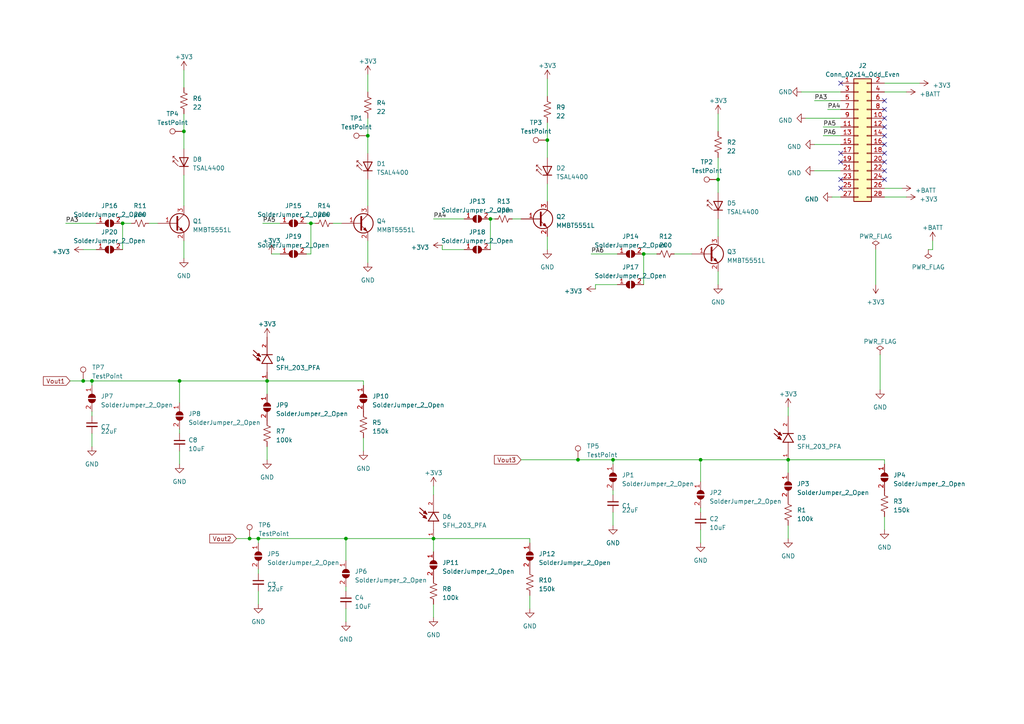
<source format=kicad_sch>
(kicad_sch (version 20230121) (generator eeschema)
  (paper "A4")
  (title_block (title "SENSOR") (date "2024-03-22") (rev "0") (company "UCT") (comment 1 "@AUTHOR: HLUNGWANI KHANYISA "))
  (lib_symbols
    (symbol "Connector:TestPoint" (pin_numbers hide) (pin_names (offset 0.762) hide)
      (property "Reference" "TP" (at 0 6.858 0))
      (property "Value" "TestPoint" (at 0 5.08 0))
      (symbol "TestPoint_0_1"
        (circle (center 0 3.302) (radius 0.762))
      )
      (symbol "TestPoint_1_1"
        (pin passive line (at 0 0 90) (length 2.54) (name "1") (number "1"))
      )
    )
    (symbol "Connector_Generic:Conn_02x14_Odd_Even" (pin_names (offset 1.016) hide)
      (property "Reference" "J" (at 1.27 17.78 0))
      (property "Value" "Conn_02x14_Odd_Even" (at 1.27 -20.32 0))
      (symbol "Conn_02x14_Odd_Even_1_1"
        (rectangle (start -1.27 -17.653) (end 0 -17.907) (stroke (width 0.1524)))
        (rectangle (start -1.27 -15.113) (end 0 -15.367) (stroke (width 0.1524)))
        (rectangle (start -1.27 -12.573) (end 0 -12.827) (stroke (width 0.1524)))
        (rectangle (start -1.27 -10.033) (end 0 -10.287) (stroke (width 0.1524)))
        (rectangle (start -1.27 -7.493) (end 0 -7.747) (stroke (width 0.1524)))
        (rectangle (start -1.27 -4.953) (end 0 -5.207) (stroke (width 0.1524)))
        (rectangle (start -1.27 -2.413) (end 0 -2.667) (stroke (width 0.1524)))
        (rectangle (start -1.27 0.127) (end 0 -0.127) (stroke (width 0.1524)))
        (rectangle (start -1.27 2.667) (end 0 2.413) (stroke (width 0.1524)))
        (rectangle (start -1.27 5.207) (end 0 4.953) (stroke (width 0.1524)))
        (rectangle (start -1.27 7.747) (end 0 7.493) (stroke (width 0.1524)))
        (rectangle (start -1.27 10.287) (end 0 10.033) (stroke (width 0.1524)))
        (rectangle (start -1.27 12.827) (end 0 12.573) (stroke (width 0.1524)))
        (rectangle (start -1.27 15.367) (end 0 15.113) (stroke (width 0.1524)))
        (rectangle (start -1.27 16.51) (end 3.81 -19.05) (stroke (width 0.254)) (fill (type background)))
        (rectangle (start 3.81 -17.653) (end 2.54 -17.907) (stroke (width 0.1524)))
        (rectangle (start 3.81 -15.113) (end 2.54 -15.367) (stroke (width 0.1524)))
        (rectangle (start 3.81 -12.573) (end 2.54 -12.827) (stroke (width 0.1524)))
        (rectangle (start 3.81 -10.033) (end 2.54 -10.287) (stroke (width 0.1524)))
        (rectangle (start 3.81 -7.493) (end 2.54 -7.747) (stroke (width 0.1524)))
        (rectangle (start 3.81 -4.953) (end 2.54 -5.207) (stroke (width 0.1524)))
        (rectangle (start 3.81 -2.413) (end 2.54 -2.667) (stroke (width 0.1524)))
        (rectangle (start 3.81 0.127) (end 2.54 -0.127) (stroke (width 0.1524)))
        (rectangle (start 3.81 2.667) (end 2.54 2.413) (stroke (width 0.1524)))
        (rectangle (start 3.81 5.207) (end 2.54 4.953) (stroke (width 0.1524)))
        (rectangle (start 3.81 7.747) (end 2.54 7.493) (stroke (width 0.1524)))
        (rectangle (start 3.81 10.287) (end 2.54 10.033) (stroke (width 0.1524)))
        (rectangle (start 3.81 12.827) (end 2.54 12.573) (stroke (width 0.1524)))
        (rectangle (start 3.81 15.367) (end 2.54 15.113) (stroke (width 0.1524)))
        (pin passive line (at -5.08 15.24 0) (length 3.81) (name "Pin_1") (number "1"))
        (pin passive line (at 7.62 5.08 180) (length 3.81) (name "Pin_10") (number "10"))
        (pin passive line (at -5.08 2.54 0) (length 3.81) (name "Pin_11") (number "11"))
        (pin passive line (at 7.62 2.54 180) (length 3.81) (name "Pin_12") (number "12"))
        (pin passive line (at -5.08 0 0) (length 3.81) (name "Pin_13") (number "13"))
        (pin passive line (at 7.62 0 180) (length 3.81) (name "Pin_14") (number "14"))
        (pin passive line (at -5.08 -2.54 0) (length 3.81) (name "Pin_15") (number "15"))
        (pin passive line (at 7.62 -2.54 180) (length 3.81) (name "Pin_16") (number "16"))
        (pin passive line (at -5.08 -5.08 0) (length 3.81) (name "Pin_17") (number "17"))
        (pin passive line (at 7.62 -5.08 180) (length 3.81) (name "Pin_18") (number "18"))
        (pin passive line (at -5.08 -7.62 0) (length 3.81) (name "Pin_19") (number "19"))
        (pin passive line (at 7.62 15.24 180) (length 3.81) (name "Pin_2") (number "2"))
        (pin passive line (at 7.62 -7.62 180) (length 3.81) (name "Pin_20") (number "20"))
        (pin passive line (at -5.08 -10.16 0) (length 3.81) (name "Pin_21") (number "21"))
        (pin passive line (at 7.62 -10.16 180) (length 3.81) (name "Pin_22") (number "22"))
        (pin passive line (at -5.08 -12.7 0) (length 3.81) (name "Pin_23") (number "23"))
        (pin passive line (at 7.62 -12.7 180) (length 3.81) (name "Pin_24") (number "24"))
        (pin passive line (at -5.08 -15.24 0) (length 3.81) (name "Pin_25") (number "25"))
        (pin passive line (at 7.62 -15.24 180) (length 3.81) (name "Pin_26") (number "26"))
        (pin passive line (at -5.08 -17.78 0) (length 3.81) (name "Pin_27") (number "27"))
        (pin passive line (at 7.62 -17.78 180) (length 3.81) (name "Pin_28") (number "28"))
        (pin passive line (at -5.08 12.7 0) (length 3.81) (name "Pin_3") (number "3"))
        (pin passive line (at 7.62 12.7 180) (length 3.81) (name "Pin_4") (number "4"))
        (pin passive line (at -5.08 10.16 0) (length 3.81) (name "Pin_5") (number "5"))
        (pin passive line (at 7.62 10.16 180) (length 3.81) (name "Pin_6") (number "6"))
        (pin passive line (at -5.08 7.62 0) (length 3.81) (name "Pin_7") (number "7"))
        (pin passive line (at 7.62 7.62 180) (length 3.81) (name "Pin_8") (number "8"))
        (pin passive line (at -5.08 5.08 0) (length 3.81) (name "Pin_9") (number "9"))
      )
    )
    (symbol "Device:C_Small" (pin_numbers hide) (pin_names (offset 0.254) hide)
      (property "Reference" "C" (at 0.254 1.778 0))
      (property "Value" "C_Small" (at 0.254 -2.032 0))
      (symbol "C_Small_0_1"
        (polyline (pts (xy -1.524 -0.508) (xy 1.524 -0.508)) (stroke (width 0.3302)))
        (polyline (pts (xy -1.524 0.508) (xy 1.524 0.508)) (stroke (width 0.3048)))
      )
      (symbol "C_Small_1_1"
        (pin passive line (at 0 2.54 270) (length 2.032) (name "~") (number "1"))
        (pin passive line (at 0 -2.54 90) (length 2.032) (name "~") (number "2"))
      )
    )
    (symbol "Device:R_Small_US" (pin_numbers hide) (pin_names (offset 0.254) hide)
      (property "Reference" "R" (at 0.762 0.508 0))
      (property "Value" "R_Small_US" (at 0.762 -1.016 0))
      (symbol "R_Small_US_1_1"
        (polyline (pts (xy 0 0) (xy 1.016 -0.381) (xy 0 -0.762) (xy -1.016 -1.143) (xy 0 -1.524)))
        (polyline (pts (xy 0 1.524) (xy 1.016 1.143) (xy 0 0.762) (xy -1.016 0.381) (xy 0 0)))
        (pin passive line (at 0 2.54 270) (length 1.016) (name "~") (number "1"))
        (pin passive line (at 0 -2.54 90) (length 1.016) (name "~") (number "2"))
      )
    )
    (symbol "Device:R_US" (pin_numbers hide) (pin_names (offset 0))
      (property "Reference" "R" (at 2.54 0 90))
      (property "Value" "R_US" (at -2.54 0 90))
      (symbol "R_US_0_1"
        (polyline (pts (xy 0 -2.286) (xy 0 -2.54)))
        (polyline (pts (xy 0 2.286) (xy 0 2.54)))
        (polyline (pts (xy 0 -0.762) (xy 1.016 -1.143) (xy 0 -1.524) (xy -1.016 -1.905) (xy 0 -2.286)))
        (polyline (pts (xy 0 0.762) (xy 1.016 0.381) (xy 0 0) (xy -1.016 -0.381) (xy 0 -0.762)))
        (polyline (pts (xy 0 2.286) (xy 1.016 1.905) (xy 0 1.524) (xy -1.016 1.143) (xy 0 0.762)))
      )
      (symbol "R_US_1_1"
        (pin passive line (at 0 3.81 270) (length 1.27) (name "~") (number "1"))
        (pin passive line (at 0 -3.81 90) (length 1.27) (name "~") (number "2"))
      )
    )
    (symbol "Jumper:SolderJumper_2_Open" (pin_names (offset 0) hide)
      (property "Reference" "JP" (at 0 2.032 0))
      (property "Value" "SolderJumper_2_Open" (at 0 -2.54 0))
      (symbol "SolderJumper_2_Open_0_1"
        (arc (start -0.254 1.016) (mid -1.2656 0) (end -0.254 -1.016))
        (arc (start -0.254 1.016) (mid -1.2656 0) (end -0.254 -1.016) (fill (type outline)))
        (polyline (pts (xy -0.254 1.016) (xy -0.254 -1.016)))
        (polyline (pts (xy 0.254 1.016) (xy 0.254 -1.016)))
        (arc (start 0.254 -1.016) (mid 1.2656 0) (end 0.254 1.016))
        (arc (start 0.254 -1.016) (mid 1.2656 0) (end 0.254 1.016) (fill (type outline)))
      )
      (symbol "SolderJumper_2_Open_1_1"
        (pin passive line (at -3.81 0 0) (length 2.54) (name "A") (number "1"))
        (pin passive line (at 3.81 0 180) (length 2.54) (name "B") (number "2"))
      )
    )
    (symbol "LED:TSAL4400" (pin_numbers hide) (pin_names (offset 1.016) hide)
      (property "Reference" "D" (at 0.508 1.778 0))
      (property "Value" "TSAL4400" (at -1.016 -2.794 0))
      (symbol "TSAL4400_0_1"
        (polyline (pts (xy -2.54 1.27) (xy -2.54 -1.27)) (stroke (width 0.254)))
        (polyline (pts (xy 0 0) (xy -2.54 0)))
        (polyline (pts (xy 0.381 3.175) (xy -0.127 3.175)))
        (polyline (pts (xy -1.143 1.651) (xy 0.381 3.175) (xy 0.381 2.667)))
        (polyline (pts (xy 0 1.27) (xy -2.54 0) (xy 0 -1.27) (xy 0 1.27)) (stroke (width 0.254)))
        (polyline (pts (xy -2.413 1.651) (xy -0.889 3.175) (xy -0.889 2.667) (xy -0.889 3.175) (xy -1.397 3.175)))
      )
      (symbol "TSAL4400_1_1"
        (pin passive line (at -5.08 0 0) (length 2.54) (name "K") (number "1"))
        (pin passive line (at 2.54 0 180) (length 2.54) (name "A") (number "2"))
      )
    )
    (symbol "SFH_203_PFA:SFH_203_PFA" (pin_names (offset 1.016))
      (property "Reference" "D" (at -3.0988 4.4958 0))
      (property "Value" "SFH_203_PFA" (at -3.556 -3.302 0))
      (symbol "SFH_203_PFA_0_0"
        (polyline (pts (xy -2.54 -1.524) (xy 0 0)) (stroke (width 0.254)))
        (polyline (pts (xy -2.54 0) (xy -5.08 0)) (stroke (width 0.1524)))
        (polyline (pts (xy -2.54 0) (xy -2.54 -1.524)) (stroke (width 0.254)))
        (polyline (pts (xy -2.54 1.524) (xy -2.54 0)) (stroke (width 0.254)))
        (polyline (pts (xy -1.778 2.032) (xy -1.4478 2.9972)) (stroke (width 0.254)))
        (polyline (pts (xy -1.778 2.032) (xy 0 4.064)) (stroke (width 0.254)))
        (polyline (pts (xy -1.4732 2.2606) (xy -1.3462 2.2606)) (stroke (width 0.254)))
        (polyline (pts (xy -1.4478 2.9972) (xy -1.4732 2.2606)) (stroke (width 0.254)))
        (polyline (pts (xy -1.4478 2.9972) (xy -0.889 2.5146)) (stroke (width 0.254)))
        (polyline (pts (xy -1.0668 2.5908) (xy -1.2954 2.4384)) (stroke (width 0.254)))
        (polyline (pts (xy -0.889 2.5146) (xy -1.778 2.032)) (stroke (width 0.254)))
        (polyline (pts (xy -0.5334 1.9304) (xy -0.2032 2.8956)) (stroke (width 0.254)))
        (polyline (pts (xy -0.5334 1.9304) (xy 1.2446 3.9624)) (stroke (width 0.254)))
        (polyline (pts (xy -0.2286 2.159) (xy -0.1016 2.159)) (stroke (width 0.254)))
        (polyline (pts (xy -0.2032 2.8956) (xy -0.2286 2.159)) (stroke (width 0.254)))
        (polyline (pts (xy -0.2032 2.8956) (xy 0.3556 2.413)) (stroke (width 0.254)))
        (polyline (pts (xy 0 0) (xy -2.54 1.524)) (stroke (width 0.254)))
        (polyline (pts (xy 0 1.524) (xy 0 -1.524)) (stroke (width 0.254)))
        (polyline (pts (xy 0.1778 2.4892) (xy -0.0508 2.3368)) (stroke (width 0.254)))
        (polyline (pts (xy 0.3556 2.413) (xy -0.5334 1.9304)) (stroke (width 0.254)))
        (pin passive line (at -7.62 0 0) (length 2.54) (name "~") (number "1"))
        (pin passive line (at 5.08 0 180) (length 5.08) (name "~") (number "2"))
      )
    )
    (symbol "Transistor_BJT:MMBT5551L" (pin_names (offset 0) hide)
      (property "Reference" "Q" (at 5.08 1.905 0))
      (property "Value" "MMBT5551L" (at 5.08 0 0))
      (symbol "MMBT5551L_0_1"
        (polyline (pts (xy 0.635 0.635) (xy 2.54 2.54)))
        (polyline (pts (xy 0.635 -0.635) (xy 2.54 -2.54) (xy 2.54 -2.54)))
        (polyline (pts (xy 0.635 1.905) (xy 0.635 -1.905) (xy 0.635 -1.905)) (stroke (width 0.508)))
        (polyline (pts (xy 1.27 -1.778) (xy 1.778 -1.27) (xy 2.286 -2.286) (xy 1.27 -1.778) (xy 1.27 -1.778)) (fill (type outline)))
        (circle (center 1.27 0) (radius 2.8194) (stroke (width 0.254)))
      )
      (symbol "MMBT5551L_1_1"
        (pin input line (at -5.08 0 0) (length 5.715) (name "B") (number "1"))
        (pin passive line (at 2.54 -5.08 90) (length 2.54) (name "E") (number "2"))
        (pin passive line (at 2.54 5.08 270) (length 2.54) (name "C") (number "3"))
      )
    )
    (symbol "power:+3V3" (power) (pin_names (offset 0))
      (property "Value" "+3V3" (at 0 3.556 0))
      (symbol "+3V3_0_1"
        (polyline (pts (xy -0.762 1.27) (xy 0 2.54)))
        (polyline (pts (xy 0 0) (xy 0 2.54)))
        (polyline (pts (xy 0 2.54) (xy 0.762 1.27)))
      )
      (symbol "+3V3_1_1"
        (pin power_in line (at 0 0 90) (length 0) hide (name "+3V3") (number "1"))
      )
    )
    (symbol "power:+BATT" (power) (pin_names (offset 0))
      (property "Value" "+BATT" (at 0 3.556 0))
      (symbol "+BATT_0_1"
        (polyline (pts (xy -0.762 1.27) (xy 0 2.54)))
        (polyline (pts (xy 0 0) (xy 0 2.54)))
        (polyline (pts (xy 0 2.54) (xy 0.762 1.27)))
      )
      (symbol "+BATT_1_1"
        (pin power_in line (at 0 0 90) (length 0) hide (name "+BATT") (number "1"))
      )
    )
    (symbol "power:GND" (power) (pin_names (offset 0))
      (property "Value" "GND" (at 0 -3.81 0))
      (symbol "GND_0_1"
        (polyline (pts (xy 0 0) (xy 0 -1.27) (xy 1.27 -1.27) (xy 0 -2.54) (xy -1.27 -1.27) (xy 0 -1.27)))
      )
      (symbol "GND_1_1"
        (pin power_in line (at 0 0 270) (length 0) hide (name "GND") (number "1"))
      )
    )
    (symbol "power:PWR_FLAG" (power) (pin_numbers hide) (pin_names (offset 0) hide)
      (property "Value" "PWR_FLAG" (at 0 3.81 0))
      (symbol "PWR_FLAG_0_0"
        (pin power_out line (at 0 0 90) (length 0) (name "pwr") (number "1"))
      )
      (symbol "PWR_FLAG_0_1"
        (polyline (pts (xy 0 0) (xy 0 1.27) (xy -1.016 1.905) (xy 0 2.54) (xy 1.016 1.905) (xy 0 1.27)))
      )
    )
  )
  (junction (at 90.17 64.77))
  (junction (at 177.8 133.35))
  (junction (at 125.73 156.21))
  (junction (at 72.39 156.21))
  (junction (at 167.64 133.35))
  (junction (at 74.93 156.21))
  (junction (at 228.6 133.35))
  (junction (at 26.67 110.49))
  (junction (at 77.47 110.49))
  (junction (at 106.68 39.37))
  (junction (at 100.33 156.21))
  (junction (at 53.34 38.1))
  (junction (at 158.75 40.64))
  (junction (at 24.13 110.49))
  (junction (at 35.56 64.77))
  (junction (at 142.24 63.5))
  (junction (at 52.07 110.49))
  (junction (at 186.69 73.66))
  (junction (at 208.28 52.07))
  (junction (at 203.2 133.35))
  (no_connect (at 256.54 34.29))
  (no_connect (at 256.54 49.53))
  (no_connect (at 256.54 36.83))
  (no_connect (at 243.84 24.13))
  (no_connect (at 243.84 52.07))
  (no_connect (at 256.54 46.99))
  (no_connect (at 256.54 52.07))
  (no_connect (at 256.54 39.37))
  (no_connect (at 243.84 46.99))
  (no_connect (at 256.54 41.91))
  (no_connect (at 256.54 31.75))
  (no_connect (at 243.84 54.61))
  (no_connect (at 243.84 44.45))
  (no_connect (at 256.54 29.21))
  (no_connect (at 256.54 44.45))
  (wire (pts (xy 90.17 64.77) (xy 91.44 64.77)))
  (wire (pts (xy 158.75 68.58) (xy 158.75 72.39)))
  (wire (pts (xy 106.68 21.59) (xy 106.68 26.67)))
  (wire (pts (xy 171.45 73.66) (xy 179.07 73.66)))
  (wire (pts (xy 52.07 125.73) (xy 52.07 124.46)))
  (wire (pts (xy 203.2 153.67) (xy 203.2 157.48)))
  (wire (pts (xy 106.68 52.07) (xy 106.68 59.69)))
  (wire (pts (xy 208.28 52.07) (xy 208.28 55.88)))
  (wire (pts (xy 128.27 72.39) (xy 128.27 71.12)))
  (wire (pts (xy 177.8 148.59) (xy 177.8 152.4)))
  (wire (pts (xy 77.47 129.54) (xy 77.47 133.35)))
  (wire (pts (xy 24.13 72.39) (xy 27.94 72.39)))
  (wire (pts (xy 53.34 69.85) (xy 53.34 74.93)))
  (wire (pts (xy 125.73 143.51) (xy 125.73 140.97)))
  (wire (pts (xy 158.75 22.86) (xy 158.75 27.94)))
  (wire (pts (xy 208.28 33.02) (xy 208.28 38.1)))
  (wire (pts (xy 100.33 156.21) (xy 125.73 156.21)))
  (wire (pts (xy 142.24 63.5) (xy 143.51 63.5)))
  (wire (pts (xy 177.8 133.35) (xy 203.2 133.35)))
  (wire (pts (xy 96.52 64.77) (xy 99.06 64.77)))
  (wire (pts (xy 100.33 162.56) (xy 100.33 156.21)))
  (wire (pts (xy 125.73 156.21) (xy 125.73 160.02)))
  (wire (pts (xy 74.93 157.48) (xy 74.93 156.21)))
  (wire (pts (xy 77.47 110.49) (xy 77.47 114.3)))
  (wire (pts (xy 203.2 139.7) (xy 203.2 133.35)))
  (wire (pts (xy 256.54 26.67) (xy 262.89 26.67)))
  (wire (pts (xy 172.72 82.55) (xy 172.72 83.82)))
  (wire (pts (xy 100.33 176.53) (xy 100.33 180.34)))
  (wire (pts (xy 228.6 152.4) (xy 228.6 156.21)))
  (wire (pts (xy 256.54 133.35) (xy 256.54 134.62)))
  (wire (pts (xy 35.56 72.39) (xy 35.56 64.77)))
  (wire (pts (xy 179.07 82.55) (xy 172.72 82.55)))
  (wire (pts (xy 238.76 39.37) (xy 243.84 39.37)))
  (wire (pts (xy 203.2 133.35) (xy 228.6 133.35)))
  (wire (pts (xy 88.9 64.77) (xy 90.17 64.77)))
  (wire (pts (xy 90.17 73.66) (xy 88.9 73.66)))
  (wire (pts (xy 134.62 72.39) (xy 128.27 72.39)))
  (wire (pts (xy 241.3 57.15) (xy 243.84 57.15)))
  (wire (pts (xy 208.28 78.74) (xy 208.28 82.55)))
  (wire (pts (xy 68.58 156.21) (xy 72.39 156.21)))
  (wire (pts (xy 233.68 34.29) (xy 243.84 34.29)))
  (wire (pts (xy 256.54 57.15) (xy 262.89 57.15)))
  (wire (pts (xy 270.51 72.39) (xy 270.51 69.85)))
  (wire (pts (xy 90.17 64.77) (xy 90.17 73.66)))
  (wire (pts (xy 255.27 113.03) (xy 255.27 102.87)))
  (wire (pts (xy 167.64 133.35) (xy 177.8 133.35)))
  (wire (pts (xy 158.75 40.64) (xy 158.75 45.72)))
  (wire (pts (xy 125.73 63.5) (xy 134.62 63.5)))
  (wire (pts (xy 236.22 41.91) (xy 243.84 41.91)))
  (wire (pts (xy 105.41 110.49) (xy 105.41 111.76)))
  (wire (pts (xy 177.8 143.51) (xy 177.8 142.24)))
  (wire (pts (xy 125.73 175.26) (xy 125.73 179.07)))
  (wire (pts (xy 26.67 111.76) (xy 26.67 110.49)))
  (wire (pts (xy 142.24 72.39) (xy 142.24 63.5)))
  (wire (pts (xy 228.6 133.35) (xy 256.54 133.35)))
  (wire (pts (xy 153.67 156.21) (xy 153.67 157.48)))
  (wire (pts (xy 125.73 156.21) (xy 153.67 156.21)))
  (wire (pts (xy 153.67 172.72) (xy 153.67 176.53)))
  (wire (pts (xy 53.34 20.32) (xy 53.34 25.4)))
  (wire (pts (xy 52.07 116.84) (xy 52.07 110.49)))
  (wire (pts (xy 105.41 127) (xy 105.41 130.81)))
  (wire (pts (xy 208.28 45.72) (xy 208.28 52.07)))
  (wire (pts (xy 256.54 24.13) (xy 266.7 24.13)))
  (wire (pts (xy 228.6 120.65) (xy 228.6 118.11)))
  (wire (pts (xy 74.93 171.45) (xy 74.93 175.26)))
  (wire (pts (xy 228.6 133.35) (xy 228.6 137.16)))
  (wire (pts (xy 24.13 110.49) (xy 26.67 110.49)))
  (wire (pts (xy 106.68 69.85) (xy 106.68 76.2)))
  (wire (pts (xy 195.58 73.66) (xy 200.66 73.66)))
  (wire (pts (xy 52.07 110.49) (xy 77.47 110.49)))
  (wire (pts (xy 100.33 171.45) (xy 100.33 170.18)))
  (wire (pts (xy 20.32 110.49) (xy 24.13 110.49)))
  (wire (pts (xy 254 82.55) (xy 254 72.39)))
  (wire (pts (xy 269.24 72.39) (xy 270.51 72.39)))
  (wire (pts (xy 148.59 63.5) (xy 151.13 63.5)))
  (wire (pts (xy 74.93 156.21) (xy 100.33 156.21)))
  (wire (pts (xy 177.8 134.62) (xy 177.8 133.35)))
  (wire (pts (xy 186.69 73.66) (xy 190.5 73.66)))
  (wire (pts (xy 236.22 49.53) (xy 243.84 49.53)))
  (wire (pts (xy 240.03 31.75) (xy 243.84 31.75)))
  (wire (pts (xy 26.67 120.65) (xy 26.67 119.38)))
  (wire (pts (xy 52.07 130.81) (xy 52.07 134.62)))
  (wire (pts (xy 53.34 38.1) (xy 53.34 43.18)))
  (wire (pts (xy 238.76 36.83) (xy 243.84 36.83)))
  (wire (pts (xy 53.34 33.02) (xy 53.34 38.1)))
  (wire (pts (xy 106.68 39.37) (xy 106.68 44.45)))
  (wire (pts (xy 186.69 82.55) (xy 186.69 73.66)))
  (wire (pts (xy 158.75 53.34) (xy 158.75 58.42)))
  (wire (pts (xy 236.22 29.21) (xy 243.84 29.21)))
  (wire (pts (xy 158.75 35.56) (xy 158.75 40.64)))
  (wire (pts (xy 26.67 125.73) (xy 26.67 129.54)))
  (wire (pts (xy 53.34 50.8) (xy 53.34 59.69)))
  (wire (pts (xy 256.54 54.61) (xy 261.62 54.61)))
  (wire (pts (xy 74.93 166.37) (xy 74.93 165.1)))
  (wire (pts (xy 256.54 149.86) (xy 256.54 153.67)))
  (wire (pts (xy 77.47 110.49) (xy 105.41 110.49)))
  (wire (pts (xy 72.39 156.21) (xy 74.93 156.21)))
  (wire (pts (xy 78.74 73.66) (xy 81.28 73.66)))
  (wire (pts (xy 19.05 64.77) (xy 27.94 64.77)))
  (wire (pts (xy 26.67 110.49) (xy 52.07 110.49)))
  (wire (pts (xy 35.56 64.77) (xy 38.1 64.77)))
  (wire (pts (xy 203.2 148.59) (xy 203.2 147.32)))
  (wire (pts (xy 106.68 34.29) (xy 106.68 39.37)))
  (wire (pts (xy 208.28 63.5) (xy 208.28 68.58)))
  (wire (pts (xy 232.41 26.67) (xy 243.84 26.67)))
  (wire (pts (xy 151.13 133.35) (xy 167.64 133.35)))
  (wire (pts (xy 43.18 64.77) (xy 45.72 64.77)))
  (wire (pts (xy 76.2 64.77) (xy 81.28 64.77)))
  (label "PA4" (at 240.03 31.75 0))
  (label "PA4" (at 125.73 63.5 0))
  (label "PA3" (at 19.05 64.77 0))
  (label "PA3" (at 236.22 29.21 0))
  (label "PA5" (at 76.2 64.77 0))
  (label "PA6" (at 171.45 73.66 0))
  (label "PA6" (at 238.76 39.37 0))
  (label "PA5" (at 238.76 36.83 0))
  (global_label "Vout2" (shape input) (at 68.58 156.21 180) (property "Intersheetrefs" "${INTERSHEET_REFS}" (effects hide)))
  (global_label "Vout1" (shape input) (at 20.32 110.49 180) (property "Intersheetrefs" "${INTERSHEET_REFS}" (effects hide)))
  (global_label "Vout3" (shape input) (at 151.13 133.35 180) (property "Intersheetrefs" "${INTERSHEET_REFS}" (effects hide)))
  (symbol (lib_id "Connector_Generic:Conn_02x14_Odd_Even") (at 248.92 39.37 0) (unit 1)
    (property "Reference" "J2" (at 250.19 19.05 0))
    (property "Value" "Conn_02x14_Odd_Even" (at 250.19 21.59 0))
    (property "Footprint" "Connector_JST:JST_PHD_B28B-PHDSS_2x14_P2.00mm_Vertical" (effects hide))
  )
  (symbol (lib_id "Jumper:SolderJumper_2_Open") (at 31.75 72.39 0) (unit 1)
    (property "Reference" "JP20" (at 31.75 67.31 0))
    (property "Value" "SolderJumper_2_Open" (at 31.75 69.85 0))
    (property "Footprint" "Jumper:SolderJumper-2_P1.3mm_Open_RoundedPad1.0x1.5mm" (effects hide))
  )
  (symbol (lib_id "power:+3V3") (at 228.6 118.11 0) (unit 1)
    (property "Reference" "#PWR09" (effects hide))
    (property "Value" "+3V3" (at 228.6 114.3 0))
  )
  (symbol (lib_id "SFH_203_PFA:SFH_203_PFA") (at 125.73 148.59 90) (unit 1)
    (property "Reference" "D6" (at 128.27 149.8473 90) (effects (justify right)))
    (property "Value" "SFH_203_PFA" (at 128.27 152.3873 90) (effects (justify right)))
    (property "Footprint" "SFH203PFA:XDCR_SFH_203_PFA" (effects hide))
    (property "MF" "OSRAM Opto" (effects hide))
    (property "Description" "\nPhotodiode 850nm 5ns 150° Radial\n" (effects hide))
    (property "Package" "Radial Osram Opto" (effects hide))
    (property "Price" "None" (effects hide))
    (property "Check_prices" "https://www.snapeda.com/parts/SFH%20203%20PFA/OSRAM+Opto+Semiconductors+Inc./view-part/?ref=eda" (effects hide))
    (property "STANDARD" "Manufacturer Recommendations" (effects hide))
    (property "PARTREV" "1.3" (effects hide))
    (property "SnapEDA_Link" "https://www.snapeda.com/parts/SFH%20203%20PFA/OSRAM+Opto+Semiconductors+Inc./view-part/?ref=snap" (effects hide))
    (property "MP" "SFH 203 PFA" (effects hide))
    (property "Availability" "In Stock" (effects hide))
    (property "MANUFACTURER" "OSRAM" (effects hide))
  )
  (symbol (lib_id "Connector:TestPoint") (at 106.68 39.37 90) (unit 1)
    (property "Reference" "TP1" (at 103.378 34.29 90))
    (property "Value" "TestPoint" (at 103.378 36.83 90))
    (property "Footprint" "TestPoint:TestPoint_Pad_D1.0mm" (effects hide))
  )
  (symbol (lib_id "Jumper:SolderJumper_2_Open") (at 26.67 115.57 270) (unit 1)
    (property "Reference" "JP7" (at 29.21 114.935 90) (effects (justify left)))
    (property "Value" "SolderJumper_2_Open" (at 29.21 117.475 90) (effects (justify left)))
    (property "Footprint" "Jumper:SolderJumper-2_P1.3mm_Open_RoundedPad1.0x1.5mm" (effects hide))
  )
  (symbol (lib_id "Jumper:SolderJumper_2_Open") (at 74.93 161.29 270) (unit 1)
    (property "Reference" "JP5" (at 77.47 160.655 90) (effects (justify left)))
    (property "Value" "SolderJumper_2_Open" (at 77.47 163.195 90) (effects (justify left)))
    (property "Footprint" "Jumper:SolderJumper-2_P1.3mm_Open_RoundedPad1.0x1.5mm" (effects hide))
  )
  (symbol (lib_id "power:+3V3") (at 24.13 72.39 90) (unit 1)
    (property "Reference" "#PWR032" (effects hide))
    (property "Value" "+3V3" (at 20.32 73.025 90) (effects (justify left)))
  )
  (symbol (lib_id "power:GND") (at 153.67 176.53 0) (unit 1)
    (property "Reference" "#PWR031" (effects hide))
    (property "Value" "GND" (at 153.67 181.61 0))
  )
  (symbol (lib_id "Connector:TestPoint") (at 24.13 110.49 0) (unit 1)
    (property "Reference" "TP7" (at 26.67 106.553 0) (effects (justify left)))
    (property "Value" "TestPoint" (at 26.67 109.093 0) (effects (justify left)))
    (property "Footprint" "TestPoint:TestPoint_Pad_D1.0mm" (effects hide))
  )
  (symbol (lib_id "Device:R_Small_US") (at 93.98 64.77 90) (unit 1)
    (property "Reference" "R14" (at 93.98 59.69 90))
    (property "Value" "200" (at 93.98 62.23 90))
    (property "Footprint" "Resistor_SMD:R_0805_2012Metric" (effects hide))
  )
  (symbol (lib_id "Device:R_US") (at 53.34 29.21 0) (unit 1)
    (property "Reference" "R6" (at 55.88 28.575 0) (effects (justify left)))
    (property "Value" "22" (at 55.88 31.115 0) (effects (justify left)))
    (property "Footprint" "Resistor_SMD:R_0805_2012Metric" (effects hide))
  )
  (symbol (lib_id "Device:R_US") (at 77.47 125.73 0) (unit 1)
    (property "Reference" "R7" (at 80.01 125.095 0) (effects (justify left)))
    (property "Value" "100k" (at 80.01 127.635 0) (effects (justify left)))
    (property "Footprint" "Resistor_SMD:R_0805_2012Metric" (effects hide))
  )
  (symbol (lib_id "Device:R_US") (at 106.68 30.48 0) (unit 1)
    (property "Reference" "R4" (at 109.22 29.845 0) (effects (justify left)))
    (property "Value" "22" (at 109.22 32.385 0) (effects (justify left)))
    (property "Footprint" "Resistor_SMD:R_0805_2012Metric" (effects hide))
  )
  (symbol (lib_id "Device:R_US") (at 105.41 123.19 0) (unit 1)
    (property "Reference" "R5" (at 107.95 122.555 0) (effects (justify left)))
    (property "Value" "150k" (at 107.95 125.095 0) (effects (justify left)))
    (property "Footprint" "Resistor_SMD:R_0805_2012Metric" (effects hide))
  )
  (symbol (lib_id "Device:C_Small") (at 100.33 173.99 0) (unit 1)
    (property "Reference" "C4" (at 102.87 173.3613 0) (effects (justify left)))
    (property "Value" "10uF" (at 102.87 175.9013 0) (effects (justify left)))
    (property "Footprint" "Capacitor_SMD:C_1206_3216Metric" (effects hide))
  )
  (symbol (lib_id "Jumper:SolderJumper_2_Open") (at 138.43 72.39 0) (unit 1)
    (property "Reference" "JP18" (at 138.43 67.31 0))
    (property "Value" "SolderJumper_2_Open" (at 138.43 69.85 0))
    (property "Footprint" "Jumper:SolderJumper-2_P1.3mm_Open_RoundedPad1.0x1.5mm" (effects hide))
  )
  (symbol (lib_id "Jumper:SolderJumper_2_Open") (at 85.09 73.66 0) (unit 1)
    (property "Reference" "JP19" (at 85.09 68.58 0))
    (property "Value" "SolderJumper_2_Open" (at 85.09 71.12 0))
    (property "Footprint" "Jumper:SolderJumper-2_P1.3mm_Open_RoundedPad1.0x1.5mm" (effects hide))
  )
  (symbol (lib_id "Jumper:SolderJumper_2_Open") (at 52.07 120.65 270) (unit 1)
    (property "Reference" "JP8" (at 54.61 120.015 90) (effects (justify left)))
    (property "Value" "SolderJumper_2_Open" (at 54.61 122.555 90) (effects (justify left)))
    (property "Footprint" "Jumper:SolderJumper-2_P1.3mm_Open_RoundedPad1.0x1.5mm" (effects hide))
  )
  (symbol (lib_id "power:+3V3") (at 106.68 21.59 0) (unit 1)
    (property "Reference" "#PWR04" (effects hide))
    (property "Value" "+3V3" (at 106.68 17.78 0))
  )
  (symbol (lib_id "Transistor_BJT:MMBT5551L") (at 50.8 64.77 0) (unit 1)
    (property "Reference" "Q1" (at 55.88 64.135 0) (effects (justify left)))
    (property "Value" "MMBT5551L" (at 55.88 66.675 0) (effects (justify left)))
    (property "Footprint" "Package_TO_SOT_SMD:SOT-23" (effects hide))
    (property "Datasheet" "www.onsemi.com/pub/Collateral/MMBT5550LT1-D.PDF" (effects hide))
  )
  (symbol (lib_id "power:GND") (at 255.27 113.03 0) (unit 1)
    (property "Reference" "#PWR017" (effects hide))
    (property "Value" "GND" (at 255.27 118.11 0))
  )
  (symbol (lib_id "power:+BATT") (at 261.62 54.61 270) (unit 1)
    (property "Reference" "#PWR02" (effects hide))
    (property "Value" "+BATT" (at 265.43 55.245 90) (effects (justify left)))
  )
  (symbol (lib_id "power:+3V3") (at 78.74 73.66 0) (unit 1)
    (property "Reference" "#PWR037" (effects hide))
    (property "Value" "+3V3" (at 78.74 69.85 0))
  )
  (symbol (lib_id "SFH_203_PFA:SFH_203_PFA") (at 77.47 102.87 90) (unit 1)
    (property "Reference" "D4" (at 80.01 104.1273 90) (effects (justify right)))
    (property "Value" "SFH_203_PFA" (at 80.01 106.6673 90) (effects (justify right)))
    (property "Footprint" "SFH203PFA:XDCR_SFH_203_PFA" (effects hide))
    (property "MF" "OSRAM Opto" (effects hide))
    (property "Description" "\nPhotodiode 850nm 5ns 150° Radial\n" (effects hide))
    (property "Package" "Radial Osram Opto" (effects hide))
    (property "Price" "None" (effects hide))
    (property "Check_prices" "https://www.snapeda.com/parts/SFH%20203%20PFA/OSRAM+Opto+Semiconductors+Inc./view-part/?ref=eda" (effects hide))
    (property "STANDARD" "Manufacturer Recommendations" (effects hide))
    (property "PARTREV" "1.3" (effects hide))
    (property "SnapEDA_Link" "https://www.snapeda.com/parts/SFH%20203%20PFA/OSRAM+Opto+Semiconductors+Inc./view-part/?ref=snap" (effects hide))
    (property "MP" "SFH 203 PFA" (effects hide))
    (property "Availability" "In Stock" (effects hide))
    (property "MANUFACTURER" "OSRAM" (effects hide))
  )
  (symbol (lib_id "Transistor_BJT:MMBT5551L") (at 156.21 63.5 0) (unit 1)
    (property "Reference" "Q2" (at 161.29 62.865 0) (effects (justify left)))
    (property "Value" "MMBT5551L" (at 161.29 65.405 0) (effects (justify left)))
    (property "Footprint" "Package_TO_SOT_SMD:SOT-23" (effects hide))
    (property "Datasheet" "www.onsemi.com/pub/Collateral/MMBT5550LT1-D.PDF" (effects hide))
  )
  (symbol (lib_id "power:+3V3") (at 77.47 97.79 0) (unit 1)
    (property "Reference" "#PWR035" (effects hide))
    (property "Value" "+3V3" (at 77.47 93.98 0))
  )
  (symbol (lib_id "power:GND") (at 177.8 152.4 0) (unit 1)
    (property "Reference" "#PWR05" (effects hide))
    (property "Value" "GND" (at 177.8 157.48 0))
  )
  (symbol (lib_id "power:PWR_FLAG") (at 254 72.39 0) (unit 1)
    (property "Reference" "#FLG01" (effects hide))
    (property "Value" "PWR_FLAG" (at 254 68.58 0))
  )
  (symbol (lib_id "power:GND") (at 232.41 26.67 270) (unit 1)
    (property "Reference" "#PWR025" (effects hide))
    (property "Value" "GND" (at 229.87 26.67 90) (effects (justify right)))
  )
  (symbol (lib_id "power:GND") (at 203.2 157.48 0) (unit 1)
    (property "Reference" "#PWR06" (effects hide))
    (property "Value" "GND" (at 203.2 162.56 0))
  )
  (symbol (lib_id "Device:C_Small") (at 203.2 151.13 0) (unit 1)
    (property "Reference" "C2" (at 205.74 150.5013 0) (effects (justify left)))
    (property "Value" "10uF" (at 205.74 153.0413 0) (effects (justify left)))
    (property "Footprint" "Capacitor_SMD:C_1206_3216Metric" (effects hide))
  )
  (symbol (lib_id "power:GND") (at 233.68 34.29 270) (unit 1)
    (property "Reference" "#PWR023" (effects hide))
    (property "Value" "GND" (at 229.87 34.925 90) (effects (justify right)))
  )
  (symbol (lib_id "power:+3V3") (at 53.34 20.32 0) (unit 1)
    (property "Reference" "#PWR011" (effects hide))
    (property "Value" "+3V3" (at 53.34 16.51 0))
  )
  (symbol (lib_id "Jumper:SolderJumper_2_Open") (at 125.73 163.83 270) (unit 1)
    (property "Reference" "JP11" (at 128.27 163.195 90) (effects (justify left)))
    (property "Value" "SolderJumper_2_Open" (at 128.27 165.735 90) (effects (justify left)))
    (property "Footprint" "Jumper:SolderJumper-2_P1.3mm_Open_RoundedPad1.0x1.5mm" (effects hide))
  )
  (symbol (lib_id "power:GND") (at 106.68 76.2 0) (unit 1)
    (property "Reference" "#PWR07" (effects hide))
    (property "Value" "GND" (at 106.68 81.28 0))
  )
  (symbol (lib_id "power:GND") (at 241.3 57.15 270) (unit 1)
    (property "Reference" "#PWR022" (effects hide))
    (property "Value" "GND" (at 237.49 57.785 90) (effects (justify right)))
  )
  (symbol (lib_id "Jumper:SolderJumper_2_Open") (at 203.2 143.51 270) (unit 1)
    (property "Reference" "JP2" (at 205.74 142.875 90) (effects (justify left)))
    (property "Value" "SolderJumper_2_Open" (at 205.74 145.415 90) (effects (justify left)))
    (property "Footprint" "Jumper:SolderJumper-2_P1.3mm_Open_RoundedPad1.0x1.5mm" (effects hide))
  )
  (symbol (lib_id "Device:C_Small") (at 74.93 168.91 0) (unit 1)
    (property "Reference" "C3" (at 77.47 169.5513 0) (effects (justify left)))
    (property "Value" "22uF" (at 77.47 170.8213 0) (effects (justify left)))
    (property "Footprint" "Capacitor_SMD:C_1206_3216Metric" (effects hide))
  )
  (symbol (lib_id "power:+BATT") (at 262.89 26.67 270) (unit 1)
    (property "Reference" "#PWR027" (effects hide))
    (property "Value" "+BATT" (at 266.7 27.305 90) (effects (justify left)))
  )
  (symbol (lib_id "Jumper:SolderJumper_2_Open") (at 177.8 138.43 270) (unit 1)
    (property "Reference" "JP1" (at 180.34 137.795 90) (effects (justify left)))
    (property "Value" "SolderJumper_2_Open" (at 180.34 140.335 90) (effects (justify left)))
    (property "Footprint" "Jumper:SolderJumper-2_P1.3mm_Open_RoundedPad1.0x1.5mm" (effects hide))
  )
  (symbol (lib_id "power:+3V3") (at 128.27 71.12 90) (unit 1)
    (property "Reference" "#PWR038" (effects hide))
    (property "Value" "+3V3" (at 124.46 71.755 90) (effects (justify left)))
  )
  (symbol (lib_id "power:PWR_FLAG") (at 255.27 102.87 0) (unit 1)
    (property "Reference" "#FLG02" (effects hide))
    (property "Value" "PWR_FLAG" (at 255.27 99.06 0))
  )
  (symbol (lib_id "Jumper:SolderJumper_2_Open") (at 105.41 115.57 270) (unit 1)
    (property "Reference" "JP10" (at 107.95 114.935 90) (effects (justify left)))
    (property "Value" "SolderJumper_2_Open" (at 107.95 117.475 90) (effects (justify left)))
    (property "Footprint" "Jumper:SolderJumper-2_P1.3mm_Open_RoundedPad1.0x1.5mm" (effects hide))
  )
  (symbol (lib_id "Device:R_Small_US") (at 40.64 64.77 90) (unit 1)
    (property "Reference" "R11" (at 40.64 59.69 90))
    (property "Value" "200" (at 40.64 62.23 90))
    (property "Footprint" "Resistor_SMD:R_0805_2012Metric" (effects hide))
  )
  (symbol (lib_id "power:GND") (at 125.73 179.07 0) (unit 1)
    (property "Reference" "#PWR030" (effects hide))
    (property "Value" "GND" (at 125.73 184.15 0))
  )
  (symbol (lib_id "Jumper:SolderJumper_2_Open") (at 228.6 140.97 270) (unit 1)
    (property "Reference" "JP3" (at 231.14 140.335 90) (effects (justify left)))
    (property "Value" "SolderJumper_2_Open" (at 231.14 142.875 90) (effects (justify left)))
    (property "Footprint" "Jumper:SolderJumper-2_P1.3mm_Open_RoundedPad1.0x1.5mm" (effects hide))
  )
  (symbol (lib_id "Connector:TestPoint") (at 53.34 38.1 90) (unit 1)
    (property "Reference" "TP4" (at 50.038 33.02 90))
    (property "Value" "TestPoint" (at 50.038 35.56 90))
    (property "Footprint" "TestPoint:TestPoint_Pad_D1.0mm" (effects hide))
  )
  (symbol (lib_id "LED:TSAL4400") (at 158.75 48.26 90) (unit 1)
    (property "Reference" "D2" (at 161.29 48.768 90) (effects (justify right)))
    (property "Value" "TSAL4400" (at 161.29 51.308 90) (effects (justify right)))
    (property "Footprint" "LED_THT:LED_D5.0mm_Horizontal_O1.27mm_Z3.0mm_IRBlack" (effects hide))
    (property "Datasheet" "http://www.vishay.com/docs/81006/tsal4400.pdf" (effects hide))
  )
  (symbol (lib_id "Jumper:SolderJumper_2_Open") (at 138.43 63.5 0) (unit 1)
    (property "Reference" "JP13" (at 138.43 58.42 0))
    (property "Value" "SolderJumper_2_Open" (at 138.43 60.96 0))
    (property "Footprint" "Jumper:SolderJumper-2_P1.3mm_Open_RoundedPad1.0x1.5mm" (effects hide))
  )
  (symbol (lib_id "Device:R_US") (at 256.54 146.05 0) (unit 1)
    (property "Reference" "R3" (at 259.08 145.415 0) (effects (justify left)))
    (property "Value" "150k" (at 259.08 147.955 0) (effects (justify left)))
    (property "Footprint" "Resistor_SMD:R_0805_2012Metric" (effects hide))
  )
  (symbol (lib_id "Jumper:SolderJumper_2_Open") (at 256.54 138.43 270) (unit 1)
    (property "Reference" "JP4" (at 259.08 137.795 90) (effects (justify left)))
    (property "Value" "SolderJumper_2_Open" (at 259.08 140.335 90) (effects (justify left)))
    (property "Footprint" "Jumper:SolderJumper-2_P1.3mm_Open_RoundedPad1.0x1.5mm" (effects hide))
  )
  (symbol (lib_id "Jumper:SolderJumper_2_Open") (at 100.33 166.37 270) (unit 1)
    (property "Reference" "JP6" (at 102.87 165.735 90) (effects (justify left)))
    (property "Value" "SolderJumper_2_Open" (at 102.87 168.275 90) (effects (justify left)))
    (property "Footprint" "Jumper:SolderJumper-2_P1.3mm_Open_RoundedPad1.0x1.5mm" (effects hide))
  )
  (symbol (lib_id "power:GND") (at 26.67 129.54 0) (unit 1)
    (property "Reference" "#PWR033" (effects hide))
    (property "Value" "GND" (at 26.67 134.62 0))
  )
  (symbol (lib_id "Connector:TestPoint") (at 208.28 52.07 90) (unit 1)
    (property "Reference" "TP2" (at 204.978 46.99 90))
    (property "Value" "TestPoint" (at 204.978 49.53 90))
    (property "Footprint" "TestPoint:TestPoint_Pad_D1.0mm" (effects hide))
  )
  (symbol (lib_id "Device:R_US") (at 125.73 171.45 0) (unit 1)
    (property "Reference" "R8" (at 128.27 170.815 0) (effects (justify left)))
    (property "Value" "100k" (at 128.27 173.355 0) (effects (justify left)))
    (property "Footprint" "Resistor_SMD:R_0805_2012Metric" (effects hide))
  )
  (symbol (lib_id "Device:C_Small") (at 26.67 123.19 0) (unit 1)
    (property "Reference" "C7" (at 29.21 123.8313 0) (effects (justify left)))
    (property "Value" "22uF" (at 29.21 125.1013 0) (effects (justify left)))
    (property "Footprint" "Capacitor_SMD:C_1206_3216Metric" (effects hide))
  )
  (symbol (lib_id "Jumper:SolderJumper_2_Open") (at 77.47 118.11 270) (unit 1)
    (property "Reference" "JP9" (at 80.01 117.475 90) (effects (justify left)))
    (property "Value" "SolderJumper_2_Open" (at 80.01 120.015 90) (effects (justify left)))
    (property "Footprint" "Jumper:SolderJumper-2_P1.3mm_Open_RoundedPad1.0x1.5mm" (effects hide))
  )
  (symbol (lib_id "power:GND") (at 236.22 49.53 270) (unit 1)
    (property "Reference" "#PWR024" (effects hide))
    (property "Value" "GND" (at 232.41 50.165 90) (effects (justify right)))
  )
  (symbol (lib_id "Jumper:SolderJumper_2_Open") (at 182.88 73.66 0) (unit 1)
    (property "Reference" "JP14" (at 182.88 68.58 0))
    (property "Value" "SolderJumper_2_Open" (at 182.88 71.12 0))
    (property "Footprint" "Jumper:SolderJumper-2_P1.3mm_Open_RoundedPad1.0x1.5mm" (effects hide))
  )
  (symbol (lib_id "Device:R_US") (at 208.28 41.91 0) (unit 1)
    (property "Reference" "R2" (at 210.82 41.275 0) (effects (justify left)))
    (property "Value" "22" (at 210.82 43.815 0) (effects (justify left)))
    (property "Footprint" "Resistor_SMD:R_0805_2012Metric" (effects hide))
  )
  (symbol (lib_id "power:GND") (at 52.07 134.62 0) (unit 1)
    (property "Reference" "#PWR034" (effects hide))
    (property "Value" "GND" (at 52.07 139.7 0))
  )
  (symbol (lib_id "Device:R_US") (at 228.6 148.59 0) (unit 1)
    (property "Reference" "R1" (at 231.14 147.955 0) (effects (justify left)))
    (property "Value" "100k" (at 231.14 150.495 0) (effects (justify left)))
    (property "Footprint" "Resistor_SMD:R_0805_2012Metric" (effects hide))
  )
  (symbol (lib_id "LED:TSAL4400") (at 208.28 58.42 90) (unit 1)
    (property "Reference" "D5" (at 210.82 58.928 90) (effects (justify right)))
    (property "Value" "TSAL4400" (at 210.82 61.468 90) (effects (justify right)))
    (property "Footprint" "LED_THT:LED_D5.0mm_Horizontal_O1.27mm_Z3.0mm_IRBlack" (effects hide))
    (property "Datasheet" "http://www.vishay.com/docs/81006/tsal4400.pdf" (effects hide))
  )
  (symbol (lib_id "power:GND") (at 53.34 74.93 0) (unit 1)
    (property "Reference" "#PWR012" (effects hide))
    (property "Value" "GND" (at 53.34 80.01 0))
  )
  (symbol (lib_id "power:GND") (at 256.54 153.67 0) (unit 1)
    (property "Reference" "#PWR013" (effects hide))
    (property "Value" "GND" (at 256.54 158.75 0))
  )
  (symbol (lib_id "power:+3V3") (at 125.73 140.97 0) (unit 1)
    (property "Reference" "#PWR029" (effects hide))
    (property "Value" "+3V3" (at 125.73 137.16 0))
  )
  (symbol (lib_id "SFH_203_PFA:SFH_203_PFA") (at 228.6 125.73 90) (unit 1)
    (property "Reference" "D3" (at 231.14 126.9873 90) (effects (justify right)))
    (property "Value" "SFH_203_PFA" (at 231.14 129.5273 90) (effects (justify right)))
    (property "Footprint" "SFH203PFA:XDCR_SFH_203_PFA" (effects hide))
    (property "MF" "OSRAM Opto" (effects hide))
    (property "Description" "\nPhotodiode 850nm 5ns 150° Radial\n" (effects hide))
    (property "Package" "Radial Osram Opto" (effects hide))
    (property "Price" "None" (effects hide))
    (property "Check_prices" "https://www.snapeda.com/parts/SFH%20203%20PFA/OSRAM+Opto+Semiconductors+Inc./view-part/?ref=eda" (effects hide))
    (property "STANDARD" "Manufacturer Recommendations" (effects hide))
    (property "PARTREV" "1.3" (effects hide))
    (property "SnapEDA_Link" "https://www.snapeda.com/parts/SFH%20203%20PFA/OSRAM+Opto+Semiconductors+Inc./view-part/?ref=snap" (effects hide))
    (property "MP" "SFH 203 PFA" (effects hide))
    (property "Availability" "In Stock" (effects hide))
    (property "MANUFACTURER" "OSRAM" (effects hide))
  )
  (symbol (lib_id "Jumper:SolderJumper_2_Open") (at 182.88 82.55 0) (unit 1)
    (property "Reference" "JP17" (at 182.88 77.47 0))
    (property "Value" "SolderJumper_2_Open" (at 182.88 80.01 0))
    (property "Footprint" "Jumper:SolderJumper-2_P1.3mm_Open_RoundedPad1.0x1.5mm" (effects hide))
  )
  (symbol (lib_id "power:GND") (at 74.93 175.26 0) (unit 1)
    (property "Reference" "#PWR026" (effects hide))
    (property "Value" "GND" (at 74.93 180.34 0))
  )
  (symbol (lib_id "power:+3V3") (at 254 82.55 180) (unit 1)
    (property "Reference" "#PWR016" (effects hide))
    (property "Value" "+3V3" (at 254 87.63 0))
  )
  (symbol (lib_id "power:PWR_FLAG") (at 269.24 72.39 180) (unit 1)
    (property "Reference" "#FLG03" (effects hide))
    (property "Value" "PWR_FLAG" (at 269.24 77.47 0))
  )
  (symbol (lib_id "Jumper:SolderJumper_2_Open") (at 85.09 64.77 0) (unit 1)
    (property "Reference" "JP15" (at 85.09 59.69 0))
    (property "Value" "SolderJumper_2_Open" (at 85.09 62.23 0))
    (property "Footprint" "Jumper:SolderJumper-2_P1.3mm_Open_RoundedPad1.0x1.5mm" (effects hide))
  )
  (symbol (lib_id "Device:R_US") (at 153.67 168.91 0) (unit 1)
    (property "Reference" "R10" (at 156.21 168.275 0) (effects (justify left)))
    (property "Value" "150k" (at 156.21 170.815 0) (effects (justify left)))
    (property "Footprint" "Resistor_SMD:R_0805_2012Metric" (effects hide))
  )
  (symbol (lib_id "Connector:TestPoint") (at 72.39 156.21 0) (unit 1)
    (property "Reference" "TP6" (at 74.93 152.273 0) (effects (justify left)))
    (property "Value" "TestPoint" (at 74.93 154.813 0) (effects (justify left)))
    (property "Footprint" "TestPoint:TestPoint_Pad_D1.0mm" (effects hide))
  )
  (symbol (lib_id "Device:C_Small") (at 52.07 128.27 0) (unit 1)
    (property "Reference" "C8" (at 54.61 127.6413 0) (effects (justify left)))
    (property "Value" "10uF" (at 54.61 130.1813 0) (effects (justify left)))
    (property "Footprint" "Capacitor_SMD:C_1206_3216Metric" (effects hide))
  )
  (symbol (lib_id "power:+3V3") (at 158.75 22.86 0) (unit 1)
    (property "Reference" "#PWR014" (effects hide))
    (property "Value" "+3V3" (at 158.75 19.05 0))
  )
  (symbol (lib_id "LED:TSAL4400") (at 53.34 45.72 90) (unit 1)
    (property "Reference" "D8" (at 55.88 46.228 90) (effects (justify right)))
    (property "Value" "TSAL4400" (at 55.88 48.768 90) (effects (justify right)))
    (property "Footprint" "LED_THT:LED_D5.0mm_Horizontal_O1.27mm_Z3.0mm_IRBlack" (effects hide))
    (property "Datasheet" "http://www.vishay.com/docs/81006/tsal4400.pdf" (effects hide))
  )
  (symbol (lib_id "Transistor_BJT:MMBT5551L") (at 205.74 73.66 0) (unit 1)
    (property "Reference" "Q3" (at 210.82 73.025 0) (effects (justify left)))
    (property "Value" "MMBT5551L" (at 210.82 75.565 0) (effects (justify left)))
    (property "Footprint" "Package_TO_SOT_SMD:SOT-23" (effects hide))
    (property "Datasheet" "www.onsemi.com/pub/Collateral/MMBT5550LT1-D.PDF" (effects hide))
  )
  (symbol (lib_id "power:GND") (at 105.41 130.81 0) (unit 1)
    (property "Reference" "#PWR08" (effects hide))
    (property "Value" "GND" (at 105.41 135.89 0))
  )
  (symbol (lib_id "LED:TSAL4400") (at 106.68 46.99 90) (unit 1)
    (property "Reference" "D1" (at 109.22 47.498 90) (effects (justify right)))
    (property "Value" "TSAL4400" (at 109.22 50.038 90) (effects (justify right)))
    (property "Footprint" "LED_THT:LED_D5.0mm_Horizontal_O1.27mm_Z3.0mm_IRBlack" (effects hide))
    (property "Datasheet" "http://www.vishay.com/docs/81006/tsal4400.pdf" (effects hide))
  )
  (symbol (lib_id "power:+3V3") (at 266.7 24.13 270) (unit 1)
    (property "Reference" "#PWR019" (effects hide))
    (property "Value" "+3V3" (at 270.51 24.765 90) (effects (justify left)))
  )
  (symbol (lib_id "power:GND") (at 158.75 72.39 0) (unit 1)
    (property "Reference" "#PWR015" (effects hide))
    (property "Value" "GND" (at 158.75 77.47 0))
  )
  (symbol (lib_id "power:+3V3") (at 172.72 83.82 90) (unit 1)
    (property "Reference" "#PWR039" (effects hide))
    (property "Value" "+3V3" (at 168.91 84.455 90) (effects (justify left)))
  )
  (symbol (lib_id "Device:C_Small") (at 177.8 146.05 0) (unit 1)
    (property "Reference" "C1" (at 180.34 146.6913 0) (effects (justify left)))
    (property "Value" "22uF" (at 180.34 147.9613 0) (effects (justify left)))
    (property "Footprint" "Capacitor_SMD:C_1206_3216Metric" (effects hide))
  )
  (symbol (lib_id "Jumper:SolderJumper_2_Open") (at 153.67 161.29 270) (unit 1)
    (property "Reference" "JP12" (at 156.21 160.655 90) (effects (justify left)))
    (property "Value" "SolderJumper_2_Open" (at 156.21 163.195 90) (effects (justify left)))
    (property "Footprint" "Jumper:SolderJumper-2_P1.3mm_Open_RoundedPad1.0x1.5mm" (effects hide))
  )
  (symbol (lib_id "Transistor_BJT:MMBT5551L") (at 104.14 64.77 0) (unit 1)
    (property "Reference" "Q4" (at 109.22 64.135 0) (effects (justify left)))
    (property "Value" "MMBT5551L" (at 109.22 66.675 0) (effects (justify left)))
    (property "Footprint" "Package_TO_SOT_SMD:SOT-23" (effects hide))
    (property "Datasheet" "www.onsemi.com/pub/Collateral/MMBT5550LT1-D.PDF" (effects hide))
  )
  (symbol (lib_id "Device:R_US") (at 158.75 31.75 0) (unit 1)
    (property "Reference" "R9" (at 161.29 31.115 0) (effects (justify left)))
    (property "Value" "22" (at 161.29 33.655 0) (effects (justify left)))
    (property "Footprint" "Resistor_SMD:R_0805_2012Metric" (effects hide))
  )
  (symbol (lib_id "power:GND") (at 236.22 41.91 270) (unit 1)
    (property "Reference" "#PWR021" (effects hide))
    (property "Value" "GND" (at 232.41 42.545 90) (effects (justify right)))
  )
  (symbol (lib_id "Jumper:SolderJumper_2_Open") (at 31.75 64.77 0) (unit 1)
    (property "Reference" "JP16" (at 31.75 59.69 0))
    (property "Value" "SolderJumper_2_Open" (at 31.75 62.23 0))
    (property "Footprint" "Jumper:SolderJumper-2_P1.3mm_Open_RoundedPad1.0x1.5mm" (effects hide))
  )
  (symbol (lib_id "power:+3V3") (at 208.28 33.02 0) (unit 1)
    (property "Reference" "#PWR01" (effects hide))
    (property "Value" "+3V3" (at 208.28 29.21 0))
  )
  (symbol (lib_id "power:GND") (at 77.47 133.35 0) (unit 1)
    (property "Reference" "#PWR036" (effects hide))
    (property "Value" "GND" (at 77.47 138.43 0))
  )
  (symbol (lib_id "Connector:TestPoint") (at 158.75 40.64 90) (unit 1)
    (property "Reference" "TP3" (at 155.448 35.56 90))
    (property "Value" "TestPoint" (at 155.448 38.1 90))
    (property "Footprint" "TestPoint:TestPoint_Pad_D1.0mm" (effects hide))
  )
  (symbol (lib_id "power:GND") (at 228.6 156.21 0) (unit 1)
    (property "Reference" "#PWR010" (effects hide))
    (property "Value" "GND" (at 228.6 161.29 0))
  )
  (symbol (lib_id "power:+BATT") (at 270.51 69.85 0) (unit 1)
    (property "Reference" "#PWR018" (effects hide))
    (property "Value" "+BATT" (at 270.51 66.04 0))
  )
  (symbol (lib_id "power:GND") (at 208.28 82.55 0) (unit 1)
    (property "Reference" "#PWR03" (effects hide))
    (property "Value" "GND" (at 208.28 87.63 0))
  )
  (symbol (lib_id "power:GND") (at 100.33 180.34 0) (unit 1)
    (property "Reference" "#PWR028" (effects hide))
    (property "Value" "GND" (at 100.33 185.42 0))
  )
  (symbol (lib_id "power:+3V3") (at 262.89 57.15 270) (unit 1)
    (property "Reference" "#PWR020" (effects hide))
    (property "Value" "+3V3" (at 266.7 57.785 90) (effects (justify left)))
  )
  (symbol (lib_id "Device:R_Small_US") (at 193.04 73.66 90) (unit 1)
    (property "Reference" "R12" (at 193.04 68.58 90))
    (property "Value" "200" (at 193.04 71.12 90))
    (property "Footprint" "Resistor_SMD:R_0805_2012Metric" (effects hide))
  )
  (symbol (lib_id "Connector:TestPoint") (at 167.64 133.35 0) (unit 1)
    (property "Reference" "TP5" (at 170.18 129.413 0) (effects (justify left)))
    (property "Value" "TestPoint" (at 170.18 131.953 0) (effects (justify left)))
    (property "Footprint" "TestPoint:TestPoint_Pad_D1.0mm" (effects hide))
  )
  (symbol (lib_id "Device:R_Small_US") (at 146.05 63.5 90) (unit 1)
    (property "Reference" "R13" (at 146.05 58.42 90))
    (property "Value" "200" (at 146.05 60.96 90))
    (property "Footprint" "Resistor_SMD:R_0805_2012Metric" (effects hide))
  )
)
</source>
